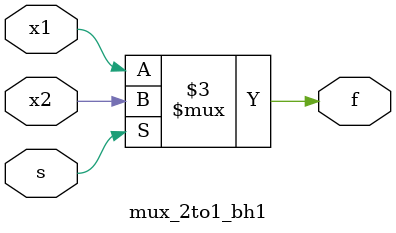
<source format=v>
`timescale 1ns / 1ps

/*Hossam Ahmed Seyam*/
/*This code is illustrating How to design 2*1 mux in behavioral modelling */

module mux_2to1_bh1(x1, x2, s, f);

	input wire x1, x2 ,s;		// x1,x2 are mux inputs , s is the selector of the 2*1 mux
	output reg f;				//mux output
	
	always @(x1, x2 or s)
		begin
		if(s)
			begin 
			f = x2;
			end 
		else
			begin
			f = x1;
			end
		end
endmodule 


</source>
